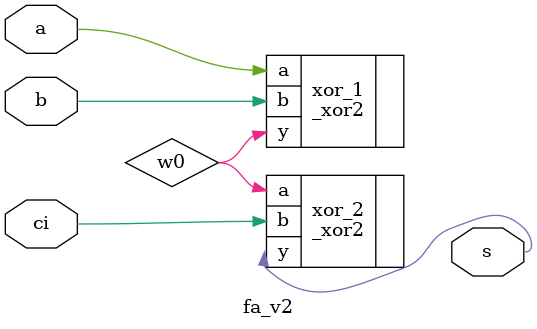
<source format=v>
module fa_v2(a,b,ci,s);
  input a,b,ci;
  output s;
  wire w0;
  
  //XOR module instance
  _xor2 xor_1(.a(a), .b(b), .y(w0));
  _xor2 xor_2(.a(w0), .b(ci), .y(s));
  
endmodule

</source>
